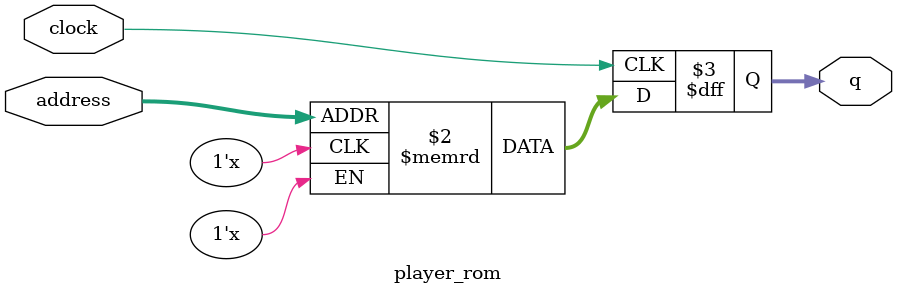
<source format=sv>
module player_rom (
	input logic clock,
	input logic [9:0] address,
	output logic [2:0] q
);

logic [2:0] memory [0:899] /* synthesis ram_init_file = "./player/player.COE" */;

always_ff @ (posedge clock) begin
	q <= memory[address];
end

endmodule

</source>
